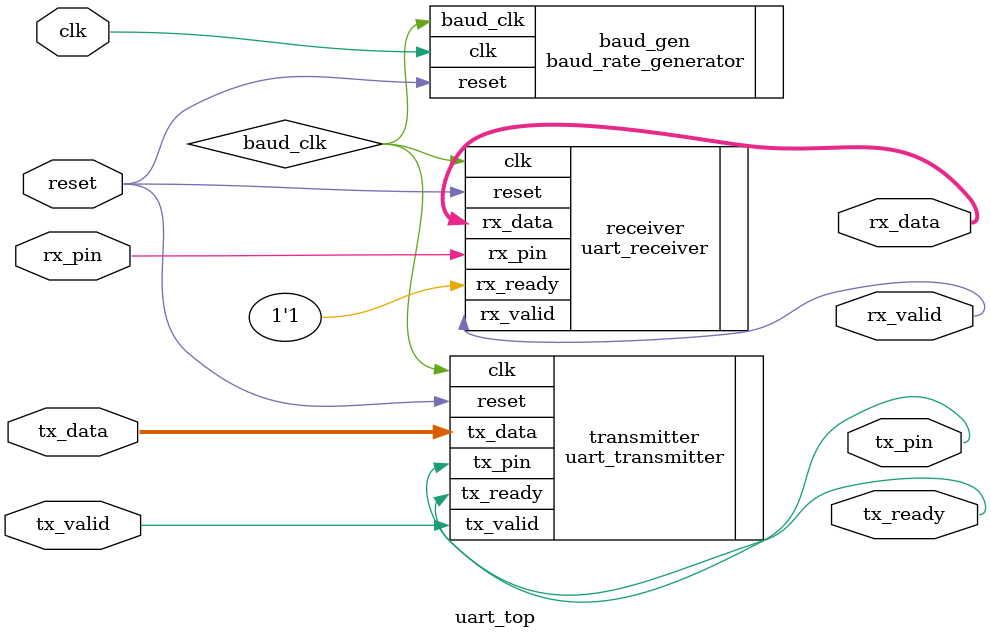
<source format=v>
`timescale 1ns / 1ps


module uart_top #(
    parameter DATA_WIDTH = 8,
    parameter STOP_BITS = 1,
    parameter SYSTEM_CLK = 50_000_000,
    parameter BAUD_RATE = 115_200
)(
    input wire clk,
    input wire reset,
    input wire [DATA_WIDTH-1:0] tx_data,
    input wire tx_valid,
    output wire [DATA_WIDTH-1:0] rx_data,
    output wire rx_valid,
    output wire tx_ready,
    input wire rx_pin,
    output wire tx_pin
);

    // Baud rate clock wire
    wire baud_clk;

    // Baud Rate Generator
    baud_rate_generator #(
        .SYSTEM_CLK(SYSTEM_CLK),
        .BAUD_RATE(BAUD_RATE)
    ) baud_gen (
        .clk(clk),
        .reset(reset),
        .baud_clk(baud_clk)
    );

    // UART Transmitter
    uart_transmitter #(
        .DATA_WIDTH(DATA_WIDTH),
        .STOP_BITS(STOP_BITS)
    ) transmitter (
        .clk(baud_clk),
        .reset(reset),
        .tx_data(tx_data),
        .tx_valid(tx_valid),
        .tx_ready(tx_ready),
        .tx_pin(tx_pin)
    );

    // UART Receiver
    uart_receiver #(
        .DATA_WIDTH(DATA_WIDTH),
        .STOP_BITS(STOP_BITS)
    ) receiver (
        .clk(baud_clk),
        .reset(reset),
        .rx_pin(rx_pin),
        .rx_data(rx_data),
        .rx_valid(rx_valid),
        .rx_ready(1'b1)  // Always ready to receive
    );
endmodule
</source>
